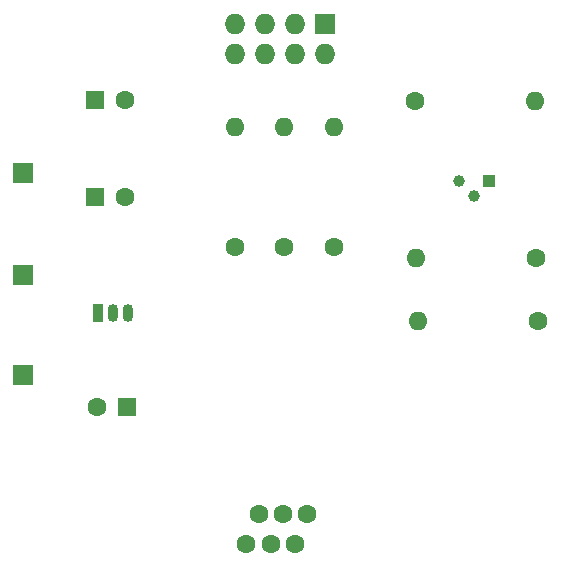
<source format=gbr>
G04 #@! TF.FileFunction,Copper,L2,Bot,Signal*
%FSLAX46Y46*%
G04 Gerber Fmt 4.6, Leading zero omitted, Abs format (unit mm)*
G04 Created by KiCad (PCBNEW 4.0.7) date 12/15/18 01:51:04*
%MOMM*%
%LPD*%
G01*
G04 APERTURE LIST*
%ADD10C,0.100000*%
%ADD11R,1.600000X1.600000*%
%ADD12C,1.600000*%
%ADD13R,1.700000X1.700000*%
%ADD14C,1.000000*%
%ADD15R,1.000000X1.000000*%
%ADD16O,0.900000X1.500000*%
%ADD17R,0.900000X1.500000*%
%ADD18R,1.727200X1.727200*%
%ADD19O,1.727200X1.727200*%
%ADD20O,1.600000X1.600000*%
G04 APERTURE END LIST*
D10*
D11*
X117576600Y-140030200D03*
D12*
X115076600Y-140030200D03*
D11*
X114884200Y-122275600D03*
D12*
X117384200Y-122275600D03*
D11*
X114884200Y-114046000D03*
D12*
X117384200Y-114046000D03*
X132801200Y-149134800D03*
X131781200Y-151674800D03*
X130761200Y-149134800D03*
X129741200Y-151674800D03*
X128721200Y-149134800D03*
X127701200Y-151674800D03*
D13*
X108813600Y-128905000D03*
X108813600Y-137388600D03*
X108813600Y-120218200D03*
D14*
X146939000Y-122174000D03*
X145669000Y-120904000D03*
D15*
X148209000Y-120904000D03*
D16*
X116382800Y-132105400D03*
X117652800Y-132105400D03*
D17*
X115112800Y-132105400D03*
D18*
X134315200Y-107619800D03*
D19*
X134315200Y-110159800D03*
X131775200Y-107619800D03*
X131775200Y-110159800D03*
X129235200Y-107619800D03*
X129235200Y-110159800D03*
X126695200Y-107619800D03*
X126695200Y-110159800D03*
D12*
X135102600Y-126492000D03*
D20*
X135102600Y-116332000D03*
D12*
X130911600Y-126492000D03*
D20*
X130911600Y-116332000D03*
D12*
X126695200Y-126517400D03*
D20*
X126695200Y-116357400D03*
D12*
X152196800Y-127482600D03*
D20*
X142036800Y-127482600D03*
D12*
X152374600Y-132816600D03*
D20*
X142214600Y-132816600D03*
D12*
X141986000Y-114147600D03*
D20*
X152146000Y-114147600D03*
M02*

</source>
